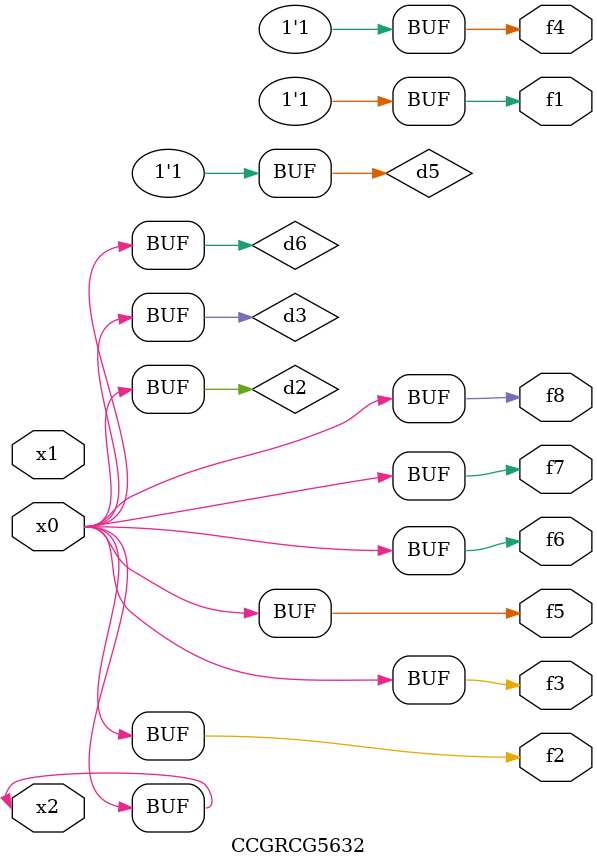
<source format=v>
module CCGRCG5632(
	input x0, x1, x2,
	output f1, f2, f3, f4, f5, f6, f7, f8
);

	wire d1, d2, d3, d4, d5, d6;

	xnor (d1, x2);
	buf (d2, x0, x2);
	and (d3, x0);
	xnor (d4, x1, x2);
	nand (d5, d1, d3);
	buf (d6, d2, d3);
	assign f1 = d5;
	assign f2 = d6;
	assign f3 = d6;
	assign f4 = d5;
	assign f5 = d6;
	assign f6 = d6;
	assign f7 = d6;
	assign f8 = d6;
endmodule

</source>
